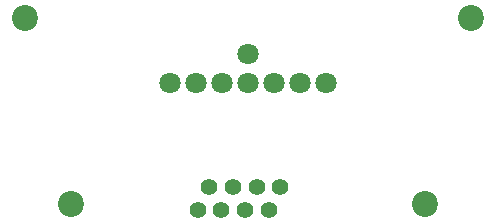
<source format=gbr>
G04 #@! TF.GenerationSoftware,KiCad,Pcbnew,(5.99.0-9812-gfee3c41c40)*
G04 #@! TF.CreationDate,2021-03-23T13:38:30-07:00*
G04 #@! TF.ProjectId,homebreakout,686f6d65-6272-4656-916b-6f75742e6b69,rev?*
G04 #@! TF.SameCoordinates,Original*
G04 #@! TF.FileFunction,Soldermask,Bot*
G04 #@! TF.FilePolarity,Negative*
%FSLAX46Y46*%
G04 Gerber Fmt 4.6, Leading zero omitted, Abs format (unit mm)*
G04 Created by KiCad (PCBNEW (5.99.0-9812-gfee3c41c40)) date 2021-03-23 13:38:30*
%MOMM*%
%LPD*%
G01*
G04 APERTURE LIST*
%ADD10C,2.200000*%
%ADD11C,1.397000*%
%ADD12C,1.800000*%
G04 APERTURE END LIST*
D10*
X135225000Y-51018781D03*
X169100000Y-66800000D03*
X139100000Y-66800000D03*
D11*
X149860000Y-67310000D03*
X150860001Y-65309999D03*
X151860001Y-67310000D03*
X152860002Y-65309999D03*
X153860000Y-67310000D03*
X154860000Y-65309999D03*
X155860001Y-67310000D03*
X156860001Y-65309999D03*
D12*
X160700000Y-56550000D03*
X156300000Y-56550000D03*
X158500000Y-56550000D03*
X154100000Y-56550000D03*
X151900000Y-56550000D03*
X149700000Y-56550000D03*
X147500000Y-56550000D03*
X154100000Y-54050000D03*
D10*
X172975000Y-51018781D03*
M02*

</source>
